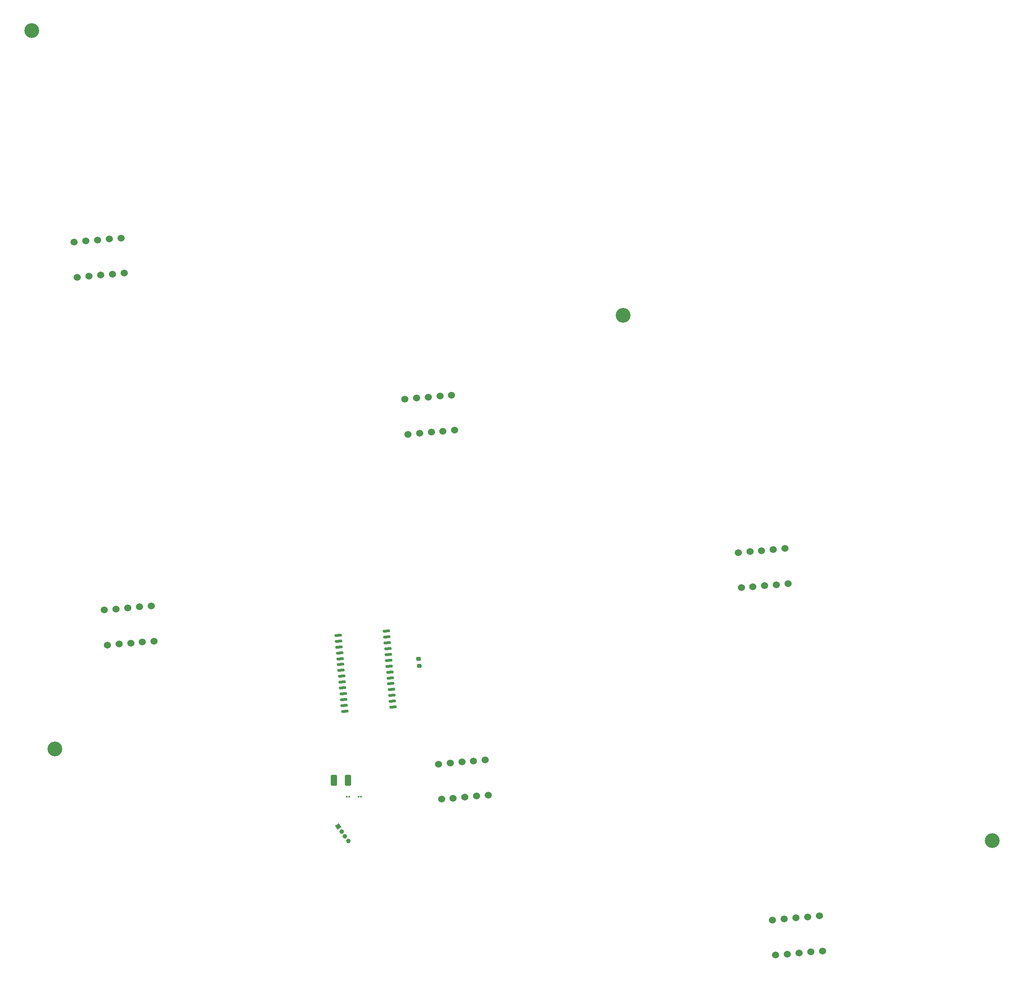
<source format=gbr>
%TF.GenerationSoftware,KiCad,Pcbnew,7.0.10-7.0.10~ubuntu22.04.1*%
%TF.CreationDate,2025-04-20T11:22:11+07:00*%
%TF.ProjectId,catan100,63617461-6e31-4303-902e-6b696361645f,rev?*%
%TF.SameCoordinates,Original*%
%TF.FileFunction,Soldermask,Bot*%
%TF.FilePolarity,Negative*%
%FSLAX46Y46*%
G04 Gerber Fmt 4.6, Leading zero omitted, Abs format (unit mm)*
G04 Created by KiCad (PCBNEW 7.0.10-7.0.10~ubuntu22.04.1) date 2025-04-20 11:22:11*
%MOMM*%
%LPD*%
G01*
G04 APERTURE LIST*
G04 Aperture macros list*
%AMRoundRect*
0 Rectangle with rounded corners*
0 $1 Rounding radius*
0 $2 $3 $4 $5 $6 $7 $8 $9 X,Y pos of 4 corners*
0 Add a 4 corners polygon primitive as box body*
4,1,4,$2,$3,$4,$5,$6,$7,$8,$9,$2,$3,0*
0 Add four circle primitives for the rounded corners*
1,1,$1+$1,$2,$3*
1,1,$1+$1,$4,$5*
1,1,$1+$1,$6,$7*
1,1,$1+$1,$8,$9*
0 Add four rect primitives between the rounded corners*
20,1,$1+$1,$2,$3,$4,$5,0*
20,1,$1+$1,$4,$5,$6,$7,0*
20,1,$1+$1,$6,$7,$8,$9,0*
20,1,$1+$1,$8,$9,$2,$3,0*%
%AMHorizOval*
0 Thick line with rounded ends*
0 $1 width*
0 $2 $3 position (X,Y) of the first rounded end (center of the circle)*
0 $4 $5 position (X,Y) of the second rounded end (center of the circle)*
0 Add line between two ends*
20,1,$1,$2,$3,$4,$5,0*
0 Add two circle primitives to create the rounded ends*
1,1,$1,$2,$3*
1,1,$1,$4,$5*%
%AMRotRect*
0 Rectangle, with rotation*
0 The origin of the aperture is its center*
0 $1 length*
0 $2 width*
0 $3 Rotation angle, in degrees counterclockwise*
0 Add horizontal line*
21,1,$1,$2,0,0,$3*%
G04 Aperture macros list end*
%ADD10C,1.524000*%
%ADD11C,3.200000*%
%ADD12RoundRect,0.250000X0.412500X0.925000X-0.412500X0.925000X-0.412500X-0.925000X0.412500X-0.925000X0*%
%ADD13RoundRect,0.225000X0.268659X-0.202355X0.229439X0.245933X-0.268659X0.202355X-0.229439X-0.245933X0*%
%ADD14RoundRect,0.150000X0.634453X0.206080X-0.660600X0.092778X-0.634453X-0.206080X0.660600X-0.092778X0*%
%ADD15RoundRect,0.075000X0.125000X0.075000X-0.125000X0.075000X-0.125000X-0.075000X0.125000X-0.075000X0*%
%ADD16RotRect,1.000000X1.000000X215.000000*%
%ADD17HorizOval,1.000000X0.000000X0.000000X0.000000X0.000000X0*%
%ADD18RoundRect,0.075000X-0.125000X-0.075000X0.125000X-0.075000X0.125000X0.075000X-0.125000X0.075000X0*%
G04 APERTURE END LIST*
D10*
%TO.C,U4*%
X143988394Y-121027453D03*
X146518729Y-120806077D03*
X149049063Y-120584702D03*
X151579398Y-120363326D03*
X154109732Y-120141951D03*
X153445606Y-112550947D03*
X150915271Y-112772323D03*
X148384937Y-112993698D03*
X145854602Y-113215074D03*
X143324268Y-113436449D03*
%TD*%
%TO.C,U6*%
X216018588Y-154196306D03*
X218548923Y-153974930D03*
X221079257Y-153753555D03*
X223609592Y-153532179D03*
X226139926Y-153310804D03*
X225475800Y-145719800D03*
X222945465Y-145941176D03*
X220415131Y-146162551D03*
X217884796Y-146383927D03*
X215354462Y-146605302D03*
%TD*%
D11*
%TO.C,H1*%
X62738000Y-33756600D03*
%TD*%
%TO.C,H4*%
X270256000Y-208889600D03*
%TD*%
D10*
%TO.C,U7*%
X223435388Y-233596706D03*
X225965723Y-233375330D03*
X228496057Y-233153955D03*
X231026392Y-232932579D03*
X233556726Y-232711204D03*
X232892600Y-225120200D03*
X230362265Y-225341576D03*
X227831931Y-225562951D03*
X225301596Y-225784327D03*
X222771262Y-226005702D03*
%TD*%
%TO.C,U2*%
X72575123Y-87071330D03*
X75105458Y-86849954D03*
X77635792Y-86628579D03*
X80166127Y-86407203D03*
X82696461Y-86185828D03*
X82032335Y-78594824D03*
X79502000Y-78816200D03*
X76971666Y-79037575D03*
X74441331Y-79258951D03*
X71910997Y-79480326D03*
%TD*%
%TO.C,U5*%
X151252794Y-199894453D03*
X153783129Y-199673077D03*
X156313463Y-199451702D03*
X158843798Y-199230326D03*
X161374132Y-199008951D03*
X160710006Y-191417947D03*
X158179671Y-191639323D03*
X155649337Y-191860698D03*
X153119002Y-192082074D03*
X150588668Y-192303449D03*
%TD*%
D11*
%TO.C,H3*%
X190449200Y-95326200D03*
%TD*%
%TO.C,H2*%
X67716400Y-189026800D03*
%TD*%
D10*
%TO.C,U3*%
X79052123Y-166598730D03*
X81582458Y-166377354D03*
X84112792Y-166155979D03*
X86643127Y-165934603D03*
X89173461Y-165713228D03*
X88509335Y-158122224D03*
X85979000Y-158343600D03*
X83448666Y-158564975D03*
X80918331Y-158786351D03*
X78387997Y-159007726D03*
%TD*%
D12*
%TO.C,C2*%
X131077500Y-195834000D03*
X128002500Y-195834000D03*
%TD*%
D13*
%TO.C,C1*%
X146439092Y-171089102D03*
X146304000Y-169545000D03*
%TD*%
D14*
%TO.C,U1*%
X139315235Y-163554222D03*
X139425923Y-164819389D03*
X139536611Y-166084557D03*
X139647298Y-167349724D03*
X139757986Y-168614891D03*
X139868674Y-169880058D03*
X139979362Y-171145226D03*
X140090050Y-172410393D03*
X140200737Y-173675560D03*
X140311425Y-174940727D03*
X140422113Y-176205895D03*
X140532801Y-177471062D03*
X140643489Y-178736229D03*
X140754176Y-180001396D03*
X130343942Y-180912174D03*
X130233254Y-179647007D03*
X130122566Y-178381839D03*
X130011878Y-177116672D03*
X129901191Y-175851505D03*
X129790503Y-174586338D03*
X129679815Y-173321170D03*
X129569127Y-172056003D03*
X129458439Y-170790836D03*
X129347752Y-169525669D03*
X129237064Y-168260501D03*
X129126376Y-166995334D03*
X129015688Y-165730167D03*
X128905000Y-164465000D03*
%TD*%
D15*
%TO.C,R1*%
X131335000Y-199390000D03*
X130835000Y-199390000D03*
%TD*%
D16*
%TO.C,J1*%
X128938558Y-205842677D03*
D17*
X129667000Y-206883000D03*
X130395442Y-207923323D03*
X131123884Y-208963646D03*
%TD*%
D18*
%TO.C,R2*%
X133358000Y-199390000D03*
X133858000Y-199390000D03*
%TD*%
M02*

</source>
